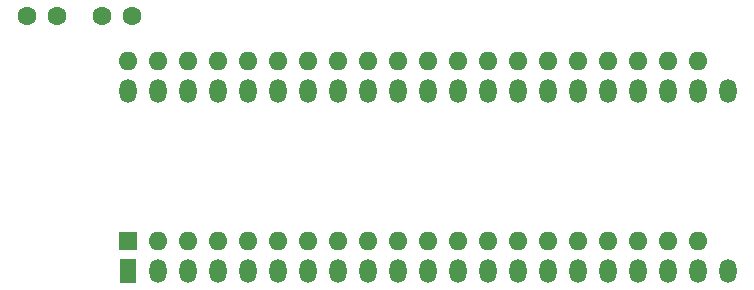
<source format=gbr>
%TF.GenerationSoftware,KiCad,Pcbnew,8.0.4*%
%TF.CreationDate,2024-09-01T17:43:29+09:00*%
%TF.ProjectId,uPD753adapter,75504437-3533-4616-9461-707465722e6b,rev?*%
%TF.SameCoordinates,Original*%
%TF.FileFunction,Soldermask,Bot*%
%TF.FilePolarity,Negative*%
%FSLAX46Y46*%
G04 Gerber Fmt 4.6, Leading zero omitted, Abs format (unit mm)*
G04 Created by KiCad (PCBNEW 8.0.4) date 2024-09-01 17:43:29*
%MOMM*%
%LPD*%
G01*
G04 APERTURE LIST*
%ADD10R,1.440000X2.000000*%
%ADD11O,1.440000X2.000000*%
%ADD12C,1.600000*%
%ADD13R,1.600000X1.600000*%
%ADD14O,1.600000X1.600000*%
G04 APERTURE END LIST*
D10*
%TO.C,J1*%
X13638000Y-25400000D03*
D11*
X16178000Y-25400000D03*
X18718000Y-25400000D03*
X21258000Y-25400000D03*
X23798000Y-25400000D03*
X26338000Y-25400000D03*
X28878000Y-25400000D03*
X31418000Y-25400000D03*
X33958000Y-25400000D03*
X36498000Y-25400000D03*
X39038000Y-25400000D03*
X41578000Y-25400000D03*
X44118000Y-25400000D03*
X46658000Y-25400000D03*
X49198000Y-25400000D03*
X51738000Y-25400000D03*
X54278000Y-25400000D03*
X56818000Y-25400000D03*
X59358000Y-25400000D03*
X61898000Y-25400000D03*
X64438000Y-25400000D03*
X64438000Y-10160000D03*
X61898000Y-10160000D03*
X59358000Y-10160000D03*
X56818000Y-10160000D03*
X54278000Y-10160000D03*
X51738000Y-10160000D03*
X49198000Y-10160000D03*
X46658000Y-10160000D03*
X44118000Y-10160000D03*
X41578000Y-10160000D03*
X39038000Y-10160000D03*
X36498000Y-10160000D03*
X33958000Y-10160000D03*
X31418000Y-10160000D03*
X28878000Y-10160000D03*
X26338000Y-10160000D03*
X23798000Y-10160000D03*
X21258000Y-10160000D03*
X18718000Y-10160000D03*
X16178000Y-10160000D03*
X13638000Y-10160000D03*
%TD*%
D12*
%TO.C,C2*%
X13970000Y-3810000D03*
X11470000Y-3810000D03*
%TD*%
D13*
%TO.C,J2*%
X13638000Y-22860000D03*
D14*
X16178000Y-22860000D03*
X18718000Y-22860000D03*
X21258000Y-22860000D03*
X23798000Y-22860000D03*
X26338000Y-22860000D03*
X28878000Y-22860000D03*
X31418000Y-22860000D03*
X33958000Y-22860000D03*
X36498000Y-22860000D03*
X39038000Y-22860000D03*
X41578000Y-22860000D03*
X44118000Y-22860000D03*
X46658000Y-22860000D03*
X49198000Y-22860000D03*
X51738000Y-22860000D03*
X54278000Y-22860000D03*
X56818000Y-22860000D03*
X59358000Y-22860000D03*
X61898000Y-22860000D03*
X61898000Y-7620000D03*
X59358000Y-7620000D03*
X56818000Y-7620000D03*
X54278000Y-7620000D03*
X51738000Y-7620000D03*
X49198000Y-7620000D03*
X46658000Y-7620000D03*
X44118000Y-7620000D03*
X41578000Y-7620000D03*
X39038000Y-7620000D03*
X36498000Y-7620000D03*
X33958000Y-7620000D03*
X31418000Y-7620000D03*
X28878000Y-7620000D03*
X26338000Y-7620000D03*
X23798000Y-7620000D03*
X21258000Y-7620000D03*
X18718000Y-7620000D03*
X16178000Y-7620000D03*
X13638000Y-7620000D03*
%TD*%
D12*
%TO.C,C1*%
X7620000Y-3810000D03*
X5120000Y-3810000D03*
%TD*%
M02*

</source>
